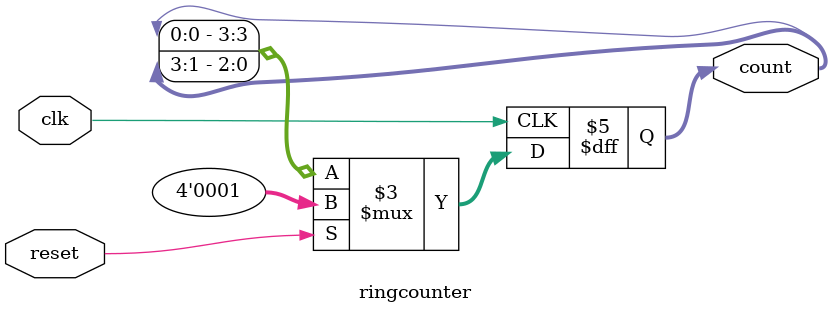
<source format=v>
`timescale 1ns / 1ps

module ringcounter( input clk,reset,
                    output reg [3:0]count);
                    
always@(posedge clk)
begin
    if(reset)
        count<=4'b0001;
    else
        count<={count[0],count[3:1]}; //right shifting and wrap around
end                           
endmodule

</source>
